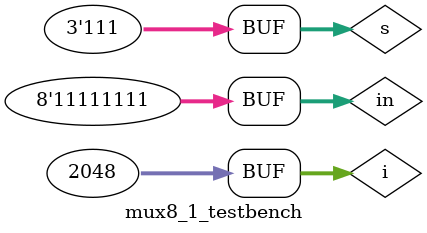
<source format=sv>
module mux8_1(out, in, s);
 output out;
 input [7:0] in;
 input [2:0] s;

 wire [1:0] v;

 mux4_1 m0(.out(v[0]), .in(in[3:0]), .s(s[1:0]));
 mux4_1 m1(.out(v[1]), .in(in[7:4]), .s(s[1:0]));
 mux2_1 m (.out(out), .in(v), .s(s[2]));
endmodule

module mux8_1_testbench();
 reg [7:0] in;
 reg [2:0] s;
 wire out;

 mux8_1 dut (.out(out), .in(in), .s(s));
 
 integer i;

 initial begin
	for(i=0; i<2048; i++) begin
		{s[2], s[1], s[0], in[0], in[1], in[2], in[3], in[4], in[5], in[6], in[7]} = i; #10;
	end 
 end
endmodule

</source>
